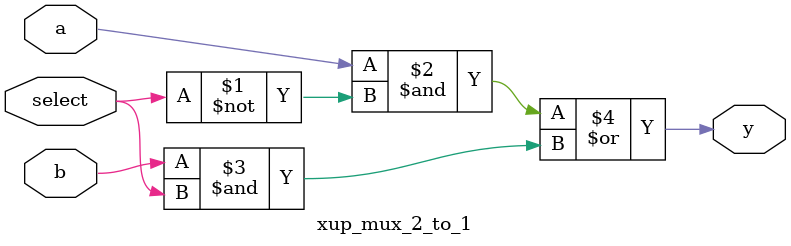
<source format=v>
`timescale 1ns / 1ps
module xup_mux_2_to_1 #(parameter DELAY = 3)(
    input a,
    input b,
    input select,
    output y
    );
    
    assign #DELAY y= (a & ~select) | (b & select);
        
endmodule

</source>
